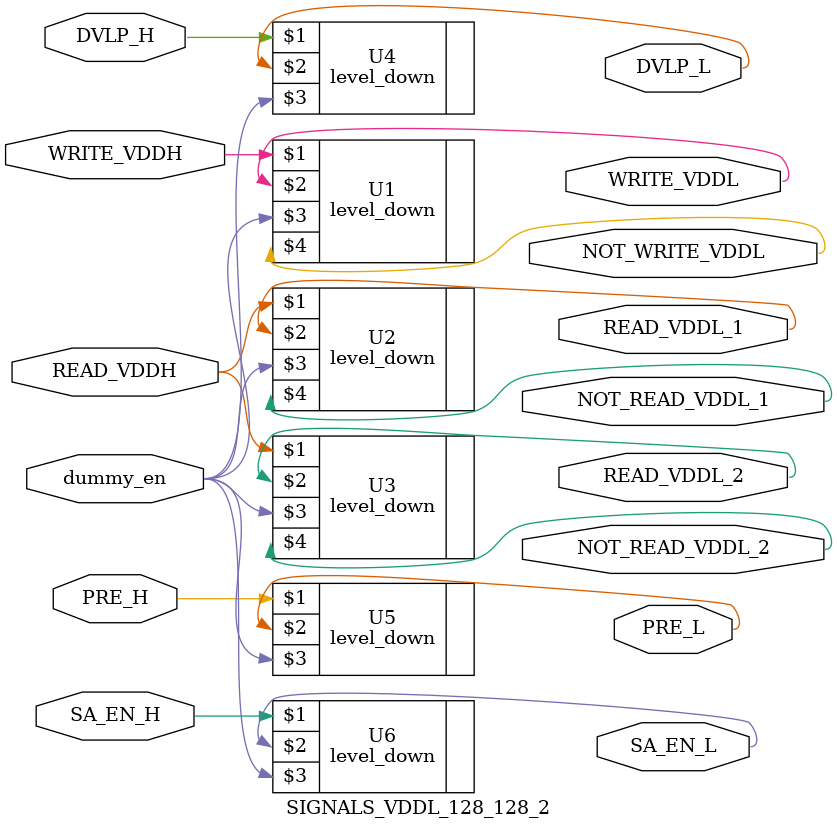
<source format=v>


`include "/ibe/users/da220/Cadence/WORK_TSMC180FORTE/DIGITAL/rtl/level_down/level_down.v"

// NAME MODIFIED //
module SIGNALS_VDDL_128_128_2(
// END MODIFY NAME //
WRITE_VDDH,
READ_VDDH,
DVLP_H,
PRE_H,
SA_EN_H,
dummy_en,
WRITE_VDDL,
NOT_WRITE_VDDL,
READ_VDDL_1,
NOT_READ_VDDL_1,
READ_VDDL_2,
NOT_READ_VDDL_2,
DVLP_L,
PRE_L,
SA_EN_L,
);

// Inputs
input	WRITE_VDDH;
input	READ_VDDH;
input	DVLP_H;
input	PRE_H;
input	SA_EN_H;
input	dummy_en;

// Outputs
output	WRITE_VDDL;
output	NOT_WRITE_VDDL;
output	READ_VDDL_1;
output	NOT_READ_VDDL_1;
output	READ_VDDL_2;
output	NOT_READ_VDDL_2;
output 	DVLP_L;
output	PRE_L;
output	SA_EN_L;

// Wires
wire	WRITE_VDDH;
wire	READ_VDDH;
wire	DVLP_H;
wire	PRE_H;
wire	SA_EN_H;
wire	dummy_en;
wire	WRITE_VDDL;
wire	NOT_WRITE_VDDL;
wire	READ_VDDL_1;
wire	NOT_READ_VDDL_1;
wire	READ_VDDL_2;
wire	NOT_READ_VDDL_2;
wire 	DVLP_L;
wire	PRE_L;
wire	SA_EN_L;


level_down U1(WRITE_VDDH, WRITE_VDDL, dummy_en, NOT_WRITE_VDDL);
level_down U2(READ_VDDH, READ_VDDL_1, dummy_en, NOT_READ_VDDL_1);
level_down U3(READ_VDDH, READ_VDDL_2, dummy_en, NOT_READ_VDDL_2);
level_down U4(DVLP_H, DVLP_L, dummy_en,);
level_down U5(PRE_H, PRE_L, dummy_en,);
level_down U6(SA_EN_H, SA_EN_L, dummy_en,);

endmodule
</source>
